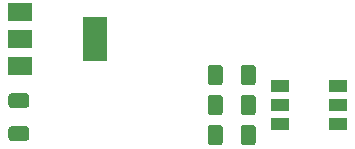
<source format=gbr>
%TF.GenerationSoftware,KiCad,Pcbnew,5.1.6+dfsg1-1*%
%TF.CreationDate,2020-12-14T15:48:38-08:00*%
%TF.ProjectId,High_Current_Analog,48696768-5f43-4757-9272-656e745f416e,rev?*%
%TF.SameCoordinates,Original*%
%TF.FileFunction,Paste,Top*%
%TF.FilePolarity,Positive*%
%FSLAX46Y46*%
G04 Gerber Fmt 4.6, Leading zero omitted, Abs format (unit mm)*
G04 Created by KiCad (PCBNEW 5.1.6+dfsg1-1) date 2020-12-14 15:48:38*
%MOMM*%
%LPD*%
G01*
G04 APERTURE LIST*
%ADD10R,2.000000X1.500000*%
%ADD11R,2.000000X3.800000*%
%ADD12R,1.500000X1.000000*%
G04 APERTURE END LIST*
%TO.C,R4*%
G36*
G01*
X120279000Y-67069000D02*
X121529000Y-67069000D01*
G75*
G02*
X121779000Y-67319000I0J-250000D01*
G01*
X121779000Y-68069000D01*
G75*
G02*
X121529000Y-68319000I-250000J0D01*
G01*
X120279000Y-68319000D01*
G75*
G02*
X120029000Y-68069000I0J250000D01*
G01*
X120029000Y-67319000D01*
G75*
G02*
X120279000Y-67069000I250000J0D01*
G01*
G37*
G36*
G01*
X120279000Y-64269000D02*
X121529000Y-64269000D01*
G75*
G02*
X121779000Y-64519000I0J-250000D01*
G01*
X121779000Y-65269000D01*
G75*
G02*
X121529000Y-65519000I-250000J0D01*
G01*
X120279000Y-65519000D01*
G75*
G02*
X120029000Y-65269000I0J250000D01*
G01*
X120029000Y-64519000D01*
G75*
G02*
X120279000Y-64269000I250000J0D01*
G01*
G37*
%TD*%
%TO.C,R3*%
G36*
G01*
X139710000Y-63363000D02*
X139710000Y-62113000D01*
G75*
G02*
X139960000Y-61863000I250000J0D01*
G01*
X140710000Y-61863000D01*
G75*
G02*
X140960000Y-62113000I0J-250000D01*
G01*
X140960000Y-63363000D01*
G75*
G02*
X140710000Y-63613000I-250000J0D01*
G01*
X139960000Y-63613000D01*
G75*
G02*
X139710000Y-63363000I0J250000D01*
G01*
G37*
G36*
G01*
X136910000Y-63363000D02*
X136910000Y-62113000D01*
G75*
G02*
X137160000Y-61863000I250000J0D01*
G01*
X137910000Y-61863000D01*
G75*
G02*
X138160000Y-62113000I0J-250000D01*
G01*
X138160000Y-63363000D01*
G75*
G02*
X137910000Y-63613000I-250000J0D01*
G01*
X137160000Y-63613000D01*
G75*
G02*
X136910000Y-63363000I0J250000D01*
G01*
G37*
%TD*%
%TO.C,R2*%
G36*
G01*
X139710000Y-65903000D02*
X139710000Y-64653000D01*
G75*
G02*
X139960000Y-64403000I250000J0D01*
G01*
X140710000Y-64403000D01*
G75*
G02*
X140960000Y-64653000I0J-250000D01*
G01*
X140960000Y-65903000D01*
G75*
G02*
X140710000Y-66153000I-250000J0D01*
G01*
X139960000Y-66153000D01*
G75*
G02*
X139710000Y-65903000I0J250000D01*
G01*
G37*
G36*
G01*
X136910000Y-65903000D02*
X136910000Y-64653000D01*
G75*
G02*
X137160000Y-64403000I250000J0D01*
G01*
X137910000Y-64403000D01*
G75*
G02*
X138160000Y-64653000I0J-250000D01*
G01*
X138160000Y-65903000D01*
G75*
G02*
X137910000Y-66153000I-250000J0D01*
G01*
X137160000Y-66153000D01*
G75*
G02*
X136910000Y-65903000I0J250000D01*
G01*
G37*
%TD*%
%TO.C,R1*%
G36*
G01*
X139710000Y-68443000D02*
X139710000Y-67193000D01*
G75*
G02*
X139960000Y-66943000I250000J0D01*
G01*
X140710000Y-66943000D01*
G75*
G02*
X140960000Y-67193000I0J-250000D01*
G01*
X140960000Y-68443000D01*
G75*
G02*
X140710000Y-68693000I-250000J0D01*
G01*
X139960000Y-68693000D01*
G75*
G02*
X139710000Y-68443000I0J250000D01*
G01*
G37*
G36*
G01*
X136910000Y-68443000D02*
X136910000Y-67193000D01*
G75*
G02*
X137160000Y-66943000I250000J0D01*
G01*
X137910000Y-66943000D01*
G75*
G02*
X138160000Y-67193000I0J-250000D01*
G01*
X138160000Y-68443000D01*
G75*
G02*
X137910000Y-68693000I-250000J0D01*
G01*
X137160000Y-68693000D01*
G75*
G02*
X136910000Y-68443000I0J250000D01*
G01*
G37*
%TD*%
D10*
%TO.C,Q1*%
X121031000Y-57404000D03*
X121031000Y-62004000D03*
X121031000Y-59704000D03*
D11*
X127331000Y-59704000D03*
%TD*%
D12*
%TO.C,D1*%
X147955000Y-66878000D03*
X147955000Y-65278000D03*
X147955000Y-63678000D03*
X143055000Y-66878000D03*
X143055000Y-65278000D03*
X143055000Y-63678000D03*
%TD*%
M02*

</source>
